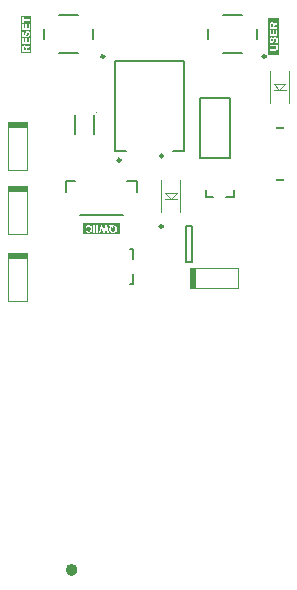
<source format=gto>
G04*
G04 #@! TF.GenerationSoftware,Altium Limited,Altium Designer,24.1.2 (44)*
G04*
G04 Layer_Color=65535*
%FSLAX23Y23*%
%MOIN*%
G70*
G04*
G04 #@! TF.SameCoordinates,1E542CD3-69C3-4CFC-80F9-717F5B153BB9*
G04*
G04*
G04 #@! TF.FilePolarity,Positive*
G04*
G01*
G75*
%ADD10C,0.010*%
%ADD11C,0.020*%
%ADD12C,0.004*%
%ADD13C,0.008*%
%ADD14R,0.029X0.007*%
G36*
X84Y1816D02*
X19D01*
Y1833D01*
X84D01*
Y1816D01*
D02*
G37*
G36*
Y1603D02*
X19D01*
Y1620D01*
X84D01*
Y1603D01*
D02*
G37*
G36*
Y1379D02*
X19D01*
Y1396D01*
X84D01*
Y1379D01*
D02*
G37*
G36*
X645Y1279D02*
X628D01*
Y1344D01*
X645D01*
Y1279D01*
D02*
G37*
G36*
X923Y2056D02*
X888D01*
Y2180D01*
X923D01*
Y2056D01*
D02*
G37*
G36*
X98Y2063D02*
X63D01*
Y2187D01*
X98D01*
Y2063D01*
D02*
G37*
G36*
X393Y1459D02*
X269D01*
Y1494D01*
X393D01*
Y1459D01*
D02*
G37*
%LPC*%
G36*
X918Y2166D02*
X913Y2163D01*
X913Y2163D01*
X912Y2163D01*
X912Y2162D01*
X911Y2162D01*
X911Y2162D01*
X911Y2162D01*
X910Y2161D01*
X910Y2161D01*
X910Y2161D01*
X910Y2161D01*
X909Y2161D01*
X909Y2160D01*
X909Y2160D01*
X909Y2160D01*
X908Y2159D01*
X908Y2159D01*
X908Y2159D01*
X907Y2158D01*
X907Y2158D01*
X907Y2158D01*
X907Y2158D01*
Y2158D01*
X907Y2158D01*
X907Y2159D01*
X907Y2159D01*
X906Y2160D01*
X906Y2160D01*
X906Y2161D01*
X906Y2161D01*
X906Y2161D01*
X905Y2162D01*
X905Y2162D01*
X905Y2162D01*
X905Y2162D01*
X905Y2162D01*
X905Y2163D01*
X905Y2163D01*
X905Y2163D01*
X904Y2163D01*
X904Y2163D01*
X904Y2163D01*
X903Y2164D01*
X902Y2164D01*
X902Y2164D01*
X901Y2164D01*
X901Y2164D01*
X901Y2164D01*
X900Y2164D01*
X900Y2164D01*
X900D01*
X900D01*
X900D01*
X899Y2164D01*
X898Y2164D01*
X898Y2164D01*
X897Y2164D01*
X897Y2164D01*
X896Y2163D01*
X896Y2163D01*
X896Y2163D01*
X896Y2163D01*
X896Y2163D01*
X896D01*
X895Y2163D01*
X895Y2162D01*
X894Y2162D01*
X894Y2161D01*
X894Y2161D01*
X894Y2161D01*
X893Y2160D01*
X893Y2160D01*
X893Y2160D01*
Y2160D01*
X893Y2160D01*
X893Y2159D01*
X893Y2159D01*
X893Y2159D01*
X893Y2158D01*
X893Y2157D01*
X893Y2156D01*
X893Y2156D01*
Y2155D01*
X893Y2155D01*
Y2155D01*
Y2155D01*
Y2143D01*
X918D01*
Y2166D01*
D02*
G37*
G36*
Y2139D02*
X893D01*
X914D01*
Y2125D01*
X907D01*
Y2138D01*
X903D01*
Y2125D01*
X897D01*
Y2139D01*
X893D01*
Y2120D01*
X918D01*
Y2139D01*
D02*
G37*
G36*
X919Y2115D02*
D01*
Y2105D01*
X919Y2106D01*
X919Y2107D01*
X919Y2108D01*
X918Y2108D01*
X918Y2109D01*
X918Y2109D01*
X918Y2109D01*
X918Y2110D01*
X918Y2110D01*
X918Y2110D01*
X918Y2110D01*
X918Y2110D01*
X918Y2110D01*
Y2110D01*
X917Y2111D01*
X917Y2112D01*
X917Y2113D01*
X916Y2113D01*
X916Y2113D01*
X915Y2114D01*
X915Y2114D01*
X915Y2114D01*
X915Y2114D01*
X915D01*
X914Y2114D01*
X914Y2115D01*
X913Y2115D01*
X912Y2115D01*
X912Y2115D01*
X911Y2115D01*
X911D01*
X911Y2115D01*
X892D01*
X911D01*
X910Y2115D01*
X909Y2115D01*
X908Y2115D01*
X908Y2115D01*
X907Y2114D01*
X907Y2114D01*
X907Y2114D01*
X907Y2114D01*
X907Y2114D01*
X907Y2114D01*
X907D01*
X906Y2114D01*
X906Y2113D01*
X905Y2113D01*
X905Y2112D01*
X905Y2112D01*
X904Y2112D01*
X904Y2111D01*
X904Y2111D01*
X904Y2111D01*
Y2111D01*
X904Y2111D01*
X904Y2111D01*
X903Y2110D01*
X903Y2109D01*
X903Y2108D01*
X903Y2107D01*
X903Y2107D01*
X903Y2107D01*
X902Y2106D01*
X902Y2106D01*
X902Y2106D01*
X902Y2106D01*
Y2106D01*
X902Y2105D01*
X902Y2104D01*
X902Y2104D01*
X902Y2103D01*
X901Y2103D01*
X901Y2103D01*
X901Y2102D01*
X901Y2102D01*
X901Y2102D01*
X901Y2102D01*
X901Y2101D01*
X901Y2101D01*
X901Y2101D01*
X901Y2101D01*
X901Y2101D01*
X900Y2101D01*
X900Y2101D01*
X900Y2100D01*
X900Y2100D01*
X899Y2100D01*
X899Y2100D01*
X899D01*
X899D01*
X899Y2100D01*
X898Y2100D01*
X898Y2101D01*
X898Y2101D01*
X898Y2101D01*
X898Y2101D01*
X897Y2101D01*
X897Y2101D01*
X897Y2102D01*
X897Y2102D01*
X897Y2103D01*
X897Y2103D01*
X897Y2104D01*
Y2104D01*
X897Y2104D01*
Y2105D01*
X897Y2105D01*
X897Y2106D01*
X897Y2107D01*
X897Y2107D01*
X897Y2107D01*
X897Y2108D01*
X897Y2108D01*
X897Y2108D01*
X898Y2108D01*
X898Y2109D01*
X899Y2109D01*
X899Y2109D01*
X900Y2109D01*
X900Y2109D01*
X900Y2109D01*
X900Y2109D01*
X900D01*
X900D01*
X900Y2114D01*
X899Y2114D01*
X899Y2114D01*
X898Y2114D01*
X898Y2114D01*
X897Y2114D01*
X897Y2114D01*
X896Y2113D01*
X896Y2113D01*
X896Y2113D01*
X895Y2113D01*
X895Y2112D01*
X895Y2112D01*
X895Y2112D01*
X894Y2112D01*
X894Y2112D01*
X894Y2112D01*
X894Y2111D01*
X894Y2111D01*
X893Y2110D01*
X893Y2110D01*
X893Y2109D01*
X893Y2109D01*
X893Y2107D01*
X892Y2107D01*
X892Y2106D01*
X892Y2106D01*
X892Y2105D01*
X892Y2105D01*
Y2105D01*
X892Y2104D01*
X892Y2103D01*
X893Y2102D01*
X893Y2101D01*
X893Y2101D01*
X893Y2101D01*
X893Y2100D01*
X893Y2100D01*
X893Y2100D01*
X893Y2100D01*
X893Y2100D01*
X893Y2100D01*
Y2100D01*
X894Y2099D01*
X894Y2098D01*
X894Y2098D01*
X895Y2097D01*
X895Y2097D01*
X895Y2097D01*
X896Y2096D01*
X896Y2096D01*
X896D01*
X896Y2096D01*
X897Y2096D01*
X898Y2096D01*
X898Y2095D01*
X899Y2095D01*
X899Y2095D01*
X899Y2095D01*
X899D01*
X899D01*
X899D01*
X900Y2095D01*
X900Y2095D01*
X901Y2096D01*
X901Y2096D01*
X902Y2096D01*
X903Y2096D01*
X903Y2096D01*
X903Y2097D01*
X904Y2097D01*
X904Y2097D01*
X904Y2097D01*
X904Y2097D01*
X904Y2098D01*
X905Y2098D01*
X905Y2098D01*
X905Y2098D01*
X905Y2098D01*
X905Y2099D01*
X906Y2099D01*
X906Y2100D01*
X906Y2101D01*
X907Y2102D01*
X907Y2102D01*
X907Y2102D01*
X907Y2103D01*
X907Y2103D01*
X907Y2103D01*
X907Y2103D01*
Y2103D01*
X907Y2104D01*
X907Y2105D01*
X908Y2105D01*
X908Y2105D01*
X908Y2106D01*
X908Y2106D01*
X908Y2107D01*
X908Y2107D01*
X908Y2107D01*
X908Y2107D01*
X908Y2107D01*
X908Y2107D01*
X908Y2108D01*
X908Y2108D01*
X908Y2108D01*
X909Y2108D01*
X909Y2109D01*
X909Y2109D01*
X909Y2109D01*
X909Y2109D01*
X909Y2109D01*
X909Y2109D01*
X910Y2110D01*
X910Y2110D01*
X910Y2110D01*
X910Y2110D01*
X911Y2110D01*
X911Y2110D01*
X911D01*
X911D01*
X911Y2110D01*
X912Y2110D01*
X912Y2110D01*
X913Y2109D01*
X913Y2109D01*
X913Y2109D01*
X913Y2109D01*
X913Y2109D01*
X914Y2108D01*
X914Y2108D01*
X914Y2107D01*
X914Y2106D01*
X914Y2106D01*
X914Y2106D01*
Y2105D01*
X914Y2105D01*
Y2105D01*
X914Y2104D01*
X914Y2103D01*
X914Y2103D01*
X914Y2102D01*
X914Y2102D01*
X913Y2101D01*
X913Y2101D01*
X913Y2101D01*
X913Y2101D01*
X912Y2100D01*
X912Y2100D01*
X911Y2100D01*
X910Y2100D01*
X910Y2100D01*
X910Y2099D01*
X910Y2099D01*
X910Y2099D01*
X910Y2099D01*
X910D01*
X910Y2094D01*
X911Y2094D01*
X912Y2095D01*
X912Y2095D01*
X913Y2095D01*
X913Y2095D01*
X914Y2096D01*
X914Y2096D01*
X915Y2096D01*
X915Y2096D01*
X916Y2097D01*
X916Y2097D01*
X916Y2097D01*
X916Y2097D01*
X916Y2097D01*
X917Y2097D01*
X917Y2097D01*
X917Y2098D01*
X917Y2099D01*
X918Y2099D01*
X918Y2100D01*
X918Y2100D01*
X918Y2101D01*
X919Y2102D01*
X919Y2103D01*
X919Y2103D01*
X919Y2104D01*
X919Y2104D01*
X919Y2104D01*
Y2094D01*
Y2115D01*
D02*
G37*
G36*
Y2090D02*
Y2080D01*
X919Y2081D01*
X919Y2082D01*
X919Y2083D01*
X918Y2084D01*
X918Y2084D01*
X918Y2084D01*
X918Y2084D01*
X918Y2085D01*
X918Y2085D01*
X918Y2085D01*
X918Y2085D01*
X918Y2085D01*
Y2085D01*
X918Y2086D01*
X917Y2087D01*
X917Y2087D01*
X917Y2087D01*
X916Y2088D01*
X916Y2088D01*
X916Y2088D01*
X916Y2088D01*
X915Y2089D01*
X915Y2089D01*
X914Y2089D01*
X914Y2089D01*
X913Y2090D01*
X913Y2090D01*
X913Y2090D01*
X913D01*
X913Y2090D01*
X913D01*
X912Y2090D01*
X912Y2090D01*
X911Y2090D01*
X911Y2090D01*
X910Y2090D01*
X909Y2090D01*
X908Y2090D01*
X908D01*
X907Y2090D01*
X893D01*
Y2085D01*
X907D01*
X907D01*
X908D01*
X908Y2085D01*
X909D01*
X909Y2085D01*
X910D01*
X910Y2085D01*
X910D01*
X910Y2085D01*
X911Y2085D01*
X911D01*
X911Y2085D01*
X911Y2085D01*
X911D01*
X912Y2085D01*
X912Y2085D01*
X913Y2084D01*
X913Y2084D01*
X913Y2084D01*
X913Y2084D01*
X913Y2084D01*
X913Y2083D01*
X914Y2083D01*
X914Y2082D01*
X914Y2082D01*
X914Y2081D01*
X914Y2081D01*
X914Y2081D01*
Y2080D01*
X914Y2079D01*
X914Y2079D01*
X914Y2078D01*
X914Y2078D01*
X914Y2077D01*
X914Y2077D01*
X913Y2077D01*
X913Y2077D01*
X913Y2076D01*
X913Y2076D01*
X912Y2076D01*
X912Y2075D01*
X911Y2075D01*
X911Y2075D01*
X911Y2075D01*
X911Y2075D01*
X911D01*
X911Y2075D01*
X910Y2075D01*
X910D01*
X910Y2075D01*
X909Y2075D01*
X908D01*
X908Y2075D01*
X907D01*
X907D01*
X907D01*
X907D01*
X907D01*
X907D01*
X893D01*
Y2070D01*
X907D01*
X908Y2070D01*
X909D01*
X909Y2070D01*
X910Y2070D01*
X910Y2070D01*
X911Y2070D01*
X911Y2070D01*
X912Y2070D01*
X912Y2070D01*
X912Y2070D01*
X912Y2070D01*
X913Y2070D01*
X913D01*
X913Y2070D01*
X913D01*
X913Y2070D01*
X914Y2071D01*
X914Y2071D01*
X915Y2071D01*
X915Y2071D01*
X916Y2072D01*
X916Y2072D01*
X916Y2072D01*
X916Y2072D01*
X917Y2073D01*
X917Y2073D01*
X917Y2074D01*
X918Y2074D01*
X918Y2074D01*
X918Y2075D01*
X918Y2075D01*
X918Y2075D01*
Y2075D01*
X918Y2075D01*
X918Y2076D01*
X918Y2076D01*
X919Y2077D01*
X919Y2078D01*
X919Y2079D01*
X919Y2079D01*
Y2079D01*
X919Y2080D01*
Y2070D01*
X919D01*
X919D01*
Y2090D01*
D02*
G37*
%LPD*%
G36*
X918Y2149D02*
X908D01*
Y2150D01*
X908Y2151D01*
X908Y2151D01*
X908Y2152D01*
X908Y2152D01*
X908Y2152D01*
X908Y2152D01*
Y2152D01*
X908Y2152D01*
X908Y2153D01*
X908Y2153D01*
X909Y2153D01*
X909Y2153D01*
X909Y2154D01*
X909Y2154D01*
X909Y2154D01*
X909Y2154D01*
X909Y2154D01*
X910Y2154D01*
X910Y2154D01*
X911Y2155D01*
X911Y2155D01*
X912Y2156D01*
X912Y2156D01*
X912Y2156D01*
X912Y2156D01*
X913Y2156D01*
X913Y2156D01*
X913Y2156D01*
X918Y2160D01*
Y2149D01*
D02*
G37*
G36*
X901Y2159D02*
X901Y2159D01*
X901Y2159D01*
X902Y2159D01*
X902Y2159D01*
X902Y2159D01*
X902Y2159D01*
X902Y2158D01*
X902Y2158D01*
X903Y2158D01*
X903Y2158D01*
X903Y2158D01*
X903Y2157D01*
X903Y2157D01*
X903Y2157D01*
Y2157D01*
X903Y2157D01*
X903Y2157D01*
X903Y2156D01*
X903Y2156D01*
X903Y2155D01*
X903Y2154D01*
Y2154D01*
X904Y2153D01*
Y2149D01*
X897D01*
Y2154D01*
X897Y2155D01*
Y2156D01*
X897Y2156D01*
Y2156D01*
X897Y2156D01*
Y2156D01*
X897Y2157D01*
X897Y2157D01*
X898Y2158D01*
X898Y2158D01*
X898Y2158D01*
X898Y2158D01*
X898Y2158D01*
X898Y2158D01*
X898Y2159D01*
X899Y2159D01*
X899Y2159D01*
X899Y2159D01*
X900Y2159D01*
X900Y2159D01*
X900D01*
X900D01*
X901Y2159D01*
D02*
G37*
%LPC*%
G36*
X94Y2183D02*
X68D01*
Y2162D01*
X72D01*
Y2170D01*
X94D01*
Y2175D01*
X72D01*
Y2183D01*
X94D01*
D01*
D02*
G37*
G36*
Y2160D02*
X68D01*
D01*
X89D01*
Y2146D01*
X82D01*
Y2158D01*
X78D01*
Y2146D01*
X72D01*
Y2159D01*
X68D01*
Y2140D01*
X94D01*
Y2160D01*
D02*
G37*
G36*
X94Y2136D02*
X67D01*
Y2115D01*
D01*
Y2126D01*
X67Y2124D01*
X68Y2123D01*
X68Y2123D01*
X68Y2122D01*
X68Y2122D01*
X68Y2122D01*
X68Y2121D01*
X68Y2121D01*
X68Y2121D01*
X68Y2121D01*
X68Y2121D01*
X68Y2121D01*
Y2120D01*
X69Y2120D01*
X69Y2119D01*
X70Y2119D01*
X70Y2118D01*
X70Y2118D01*
X71Y2118D01*
X71Y2117D01*
X71Y2117D01*
X71D01*
X72Y2117D01*
X72Y2117D01*
X73Y2116D01*
X73Y2116D01*
X74Y2116D01*
X74Y2116D01*
X74Y2116D01*
X74D01*
X75D01*
X75D01*
X75Y2116D01*
X76Y2116D01*
X76Y2116D01*
X77Y2117D01*
X78Y2117D01*
X78Y2117D01*
X78Y2117D01*
X79Y2118D01*
X79Y2118D01*
X79Y2118D01*
X79Y2118D01*
X80Y2118D01*
X80Y2118D01*
X80Y2119D01*
X80Y2119D01*
X80Y2119D01*
X80Y2119D01*
X81Y2120D01*
X81Y2120D01*
X81Y2121D01*
X82Y2122D01*
X82Y2123D01*
X82Y2123D01*
X82Y2123D01*
X82Y2124D01*
X82Y2124D01*
X82Y2124D01*
X82Y2124D01*
Y2124D01*
X82Y2125D01*
X83Y2125D01*
X83Y2126D01*
X83Y2126D01*
X83Y2127D01*
X83Y2127D01*
X83Y2127D01*
X83Y2128D01*
X83Y2128D01*
X83Y2128D01*
X83Y2128D01*
X83Y2128D01*
X83Y2128D01*
X83Y2129D01*
X84Y2129D01*
X84Y2129D01*
X84Y2130D01*
X84Y2130D01*
X84Y2130D01*
X84Y2130D01*
X85Y2130D01*
X85Y2130D01*
X85Y2131D01*
X85Y2131D01*
X85Y2131D01*
X86Y2131D01*
X86Y2131D01*
X86Y2131D01*
X86D01*
X86D01*
X87Y2131D01*
X87Y2131D01*
X88Y2130D01*
X88Y2130D01*
X88Y2130D01*
X88Y2130D01*
X89Y2130D01*
X89Y2130D01*
X89Y2129D01*
X89Y2128D01*
X89Y2128D01*
X89Y2127D01*
X90Y2127D01*
X90Y2126D01*
Y2126D01*
X90Y2126D01*
Y2126D01*
X90Y2125D01*
X89Y2124D01*
X89Y2124D01*
X89Y2123D01*
X89Y2123D01*
X89Y2122D01*
X88Y2122D01*
X88Y2122D01*
X88Y2122D01*
X87Y2121D01*
X87Y2121D01*
X86Y2121D01*
X86Y2120D01*
X85Y2120D01*
X85Y2120D01*
X85Y2120D01*
X85Y2120D01*
X85Y2120D01*
X85D01*
X85Y2115D01*
D01*
X86Y2115D01*
X87Y2116D01*
X87Y2116D01*
X88Y2116D01*
X89Y2116D01*
X89Y2116D01*
X90Y2117D01*
X90Y2117D01*
X90Y2117D01*
X91Y2118D01*
X91Y2118D01*
X91Y2118D01*
X92Y2118D01*
X92Y2118D01*
X92Y2118D01*
X92Y2118D01*
X92Y2119D01*
X92Y2119D01*
X93Y2120D01*
X93Y2121D01*
X93Y2121D01*
X93Y2122D01*
X94Y2123D01*
X94Y2124D01*
X94Y2124D01*
X94Y2125D01*
X94Y2125D01*
X94Y2125D01*
Y2126D01*
Y2126D01*
X94Y2127D01*
X94Y2128D01*
X94Y2129D01*
X94Y2129D01*
X94Y2129D01*
X94Y2130D01*
X93Y2130D01*
X93Y2130D01*
X93Y2131D01*
X93Y2131D01*
X93Y2131D01*
X93Y2131D01*
X93Y2131D01*
Y2131D01*
X93Y2132D01*
X92Y2133D01*
X92Y2133D01*
X91Y2134D01*
X91Y2134D01*
X91Y2135D01*
X90Y2135D01*
X90Y2135D01*
X90Y2135D01*
X90D01*
X89Y2135D01*
X89Y2136D01*
X88Y2136D01*
X87Y2136D01*
X87Y2136D01*
X87Y2136D01*
X86D01*
X86Y2136D01*
X94D01*
D01*
D02*
G37*
G36*
X94Y2112D02*
X68D01*
Y2093D01*
X94D01*
Y2112D01*
D02*
G37*
G36*
Y2090D02*
X68D01*
Y2067D01*
X94D01*
Y2072D01*
X83D01*
Y2074D01*
X83Y2074D01*
X83Y2075D01*
X83Y2075D01*
X83Y2075D01*
X83Y2076D01*
X83Y2076D01*
Y2076D01*
X83Y2076D01*
X83Y2076D01*
X84Y2077D01*
X84Y2077D01*
X84Y2077D01*
X84Y2077D01*
X84Y2077D01*
X84Y2077D01*
X84Y2077D01*
X85Y2078D01*
X85Y2078D01*
X85Y2078D01*
X86Y2078D01*
X86Y2079D01*
X87Y2079D01*
X87Y2080D01*
X87Y2080D01*
X88Y2080D01*
X88Y2080D01*
X88Y2080D01*
X88Y2080D01*
X94Y2084D01*
Y2090D01*
X89Y2087D01*
X88Y2086D01*
X87Y2086D01*
X87Y2086D01*
X87Y2086D01*
X86Y2085D01*
X86Y2085D01*
X86Y2085D01*
X85Y2085D01*
X85Y2084D01*
X85Y2084D01*
X85Y2084D01*
X84Y2084D01*
X84Y2084D01*
X84Y2083D01*
X84Y2083D01*
X83Y2083D01*
X83Y2082D01*
X83Y2082D01*
X82Y2081D01*
X82Y2081D01*
X82Y2081D01*
Y2081D01*
X82Y2082D01*
X82Y2082D01*
X82Y2083D01*
X82Y2083D01*
X81Y2084D01*
X81Y2084D01*
X81Y2085D01*
X81Y2085D01*
X81Y2085D01*
X80Y2085D01*
X80Y2086D01*
X80Y2086D01*
X80Y2086D01*
X80Y2086D01*
X80Y2086D01*
X80Y2086D01*
X79Y2086D01*
X79Y2087D01*
X79Y2087D01*
X78Y2087D01*
X78Y2087D01*
X77Y2088D01*
X76Y2088D01*
X76Y2088D01*
X76Y2088D01*
X76Y2088D01*
X75Y2088D01*
X75D01*
X75D01*
X75D01*
X74Y2088D01*
X73Y2088D01*
X73Y2088D01*
X72Y2087D01*
X72Y2087D01*
X72Y2087D01*
X71Y2087D01*
X71Y2087D01*
X71Y2087D01*
X71Y2087D01*
X71D01*
X70Y2086D01*
X70Y2086D01*
X70Y2085D01*
X69Y2085D01*
X69Y2084D01*
X69Y2084D01*
X69Y2084D01*
X69Y2084D01*
X69Y2084D01*
Y2084D01*
X68Y2083D01*
X68Y2083D01*
X68Y2083D01*
X68Y2082D01*
X68Y2081D01*
X68Y2080D01*
X68Y2080D01*
X68Y2079D01*
Y2079D01*
X68Y2078D01*
Y2090D01*
X94D01*
D01*
D02*
G37*
%LPD*%
G36*
X85Y2136D02*
X84Y2136D01*
X84Y2136D01*
X83Y2136D01*
X83Y2135D01*
X82Y2135D01*
X82Y2135D01*
X82Y2135D01*
X82Y2135D01*
X82Y2135D01*
X82D01*
X81Y2135D01*
X81Y2134D01*
X80Y2134D01*
X80Y2133D01*
X80Y2133D01*
X80Y2132D01*
X79Y2132D01*
X79Y2132D01*
X79Y2132D01*
Y2132D01*
X79Y2132D01*
X79Y2131D01*
X79Y2131D01*
X78Y2130D01*
X78Y2129D01*
X78Y2128D01*
X78Y2128D01*
X78Y2128D01*
X78Y2127D01*
X78Y2127D01*
X78Y2127D01*
X77Y2127D01*
Y2127D01*
X77Y2126D01*
X77Y2125D01*
X77Y2125D01*
X77Y2124D01*
X77Y2124D01*
X77Y2123D01*
X76Y2123D01*
X76Y2123D01*
X76Y2123D01*
X76Y2122D01*
X76Y2122D01*
X76Y2122D01*
X76Y2122D01*
X76Y2122D01*
X76Y2122D01*
X76Y2122D01*
X75Y2121D01*
X75Y2121D01*
X75Y2121D01*
X75Y2121D01*
X74Y2121D01*
X74D01*
X74D01*
X74Y2121D01*
X74Y2121D01*
X73Y2121D01*
X73Y2122D01*
X73Y2122D01*
X73Y2122D01*
X73Y2122D01*
X73Y2122D01*
X72Y2122D01*
X72Y2123D01*
X72Y2124D01*
X72Y2124D01*
X72Y2125D01*
Y2125D01*
X72Y2125D01*
Y2125D01*
X72Y2126D01*
X72Y2127D01*
X72Y2127D01*
X72Y2128D01*
X72Y2128D01*
X72Y2129D01*
X73Y2129D01*
X73Y2129D01*
X73Y2129D01*
X73Y2129D01*
X74Y2130D01*
X74Y2130D01*
X75Y2130D01*
X75Y2130D01*
X75Y2130D01*
X75Y2130D01*
X75D01*
X75D01*
X75Y2135D01*
X75Y2135D01*
X74Y2135D01*
X73Y2135D01*
X73Y2135D01*
X72Y2135D01*
X72Y2134D01*
X71Y2134D01*
X71Y2134D01*
X71Y2134D01*
X70Y2134D01*
X70Y2133D01*
X70Y2133D01*
X70Y2133D01*
X70Y2133D01*
X70Y2133D01*
X70Y2133D01*
X69Y2132D01*
X69Y2132D01*
X69Y2131D01*
X68Y2131D01*
X68Y2130D01*
X68Y2129D01*
X68Y2128D01*
X68Y2128D01*
X68Y2127D01*
X68Y2127D01*
X67Y2126D01*
X67Y2126D01*
Y2136D01*
X86D01*
X85Y2136D01*
D02*
G37*
G36*
X89Y2098D02*
X82D01*
Y2111D01*
X78D01*
Y2098D01*
X72D01*
Y2112D01*
X68D01*
Y2112D01*
X89D01*
Y2098D01*
D02*
G37*
G36*
X76Y2083D02*
X76Y2082D01*
X77Y2082D01*
X77Y2082D01*
X77Y2082D01*
X77Y2082D01*
X77Y2082D01*
X77Y2082D01*
X78Y2082D01*
X78Y2082D01*
X78Y2081D01*
X78Y2081D01*
X78Y2081D01*
X78Y2081D01*
X78Y2081D01*
Y2081D01*
X78Y2080D01*
X79Y2080D01*
X79Y2080D01*
X79Y2079D01*
X79Y2079D01*
X79Y2078D01*
Y2077D01*
X79Y2077D01*
Y2072D01*
X72D01*
Y2078D01*
X72Y2078D01*
Y2079D01*
X72Y2079D01*
Y2080D01*
X72Y2080D01*
Y2080D01*
X72Y2080D01*
X73Y2081D01*
X73Y2081D01*
X73Y2081D01*
X73Y2082D01*
X73Y2082D01*
X73Y2082D01*
X73Y2082D01*
X74Y2082D01*
X74Y2082D01*
X74Y2082D01*
X75Y2082D01*
X75Y2083D01*
X75Y2083D01*
X75D01*
X75D01*
X76Y2083D01*
D02*
G37*
%LPC*%
G36*
X350Y1488D02*
X345D01*
X339Y1469D01*
X334Y1488D01*
X329D01*
X323Y1463D01*
X350D01*
X342D01*
X347Y1480D01*
X351Y1463D01*
X356D01*
X350Y1488D01*
D02*
G37*
G36*
X290Y1489D02*
X279D01*
X289D01*
X289Y1489D01*
X288Y1488D01*
X287Y1488D01*
X287Y1488D01*
X286Y1488D01*
X285Y1488D01*
X285Y1488D01*
X284Y1488D01*
X284Y1487D01*
X284Y1487D01*
X283Y1487D01*
X283Y1487D01*
X283Y1487D01*
X283Y1487D01*
X283Y1487D01*
X283Y1487D01*
X282Y1486D01*
X282Y1486D01*
X281Y1485D01*
X281Y1485D01*
X281Y1484D01*
X280Y1484D01*
X280Y1483D01*
X279Y1482D01*
X279Y1482D01*
X279Y1481D01*
X279Y1481D01*
X279Y1481D01*
X279Y1480D01*
X279Y1480D01*
Y1480D01*
Y1480D01*
Y1480D01*
X284Y1479D01*
X284Y1479D01*
X284Y1480D01*
X284Y1480D01*
X284Y1480D01*
X285Y1481D01*
X285Y1481D01*
X285Y1482D01*
X285Y1482D01*
X285Y1482D01*
X286Y1483D01*
X286Y1483D01*
X286Y1483D01*
X286Y1483D01*
X287Y1483D01*
X287Y1484D01*
X288Y1484D01*
X288Y1484D01*
X289Y1484D01*
X289Y1484D01*
X289Y1484D01*
X289D01*
X290Y1484D01*
X290Y1484D01*
X291Y1484D01*
X291Y1484D01*
X292Y1483D01*
X293Y1483D01*
X293Y1483D01*
X293Y1483D01*
X294Y1483D01*
X294Y1482D01*
X294Y1482D01*
X294Y1482D01*
X294Y1482D01*
X294Y1482D01*
X294Y1482D01*
X295Y1481D01*
X295Y1481D01*
X295Y1480D01*
X295Y1479D01*
X296Y1478D01*
X296Y1477D01*
X296Y1477D01*
X296Y1476D01*
X296Y1476D01*
X296Y1476D01*
Y1475D01*
Y1475D01*
Y1475D01*
X296Y1474D01*
X296Y1474D01*
X296Y1473D01*
X295Y1472D01*
X295Y1472D01*
X295Y1471D01*
X295Y1471D01*
X295Y1470D01*
X295Y1470D01*
X295Y1469D01*
X294Y1469D01*
X294Y1469D01*
X294Y1469D01*
X294Y1469D01*
X294Y1469D01*
X294Y1469D01*
X294Y1468D01*
X293Y1468D01*
X293Y1468D01*
X293Y1467D01*
X292Y1467D01*
X292Y1467D01*
X291Y1467D01*
X290Y1467D01*
X290Y1467D01*
X290Y1467D01*
X290Y1466D01*
X289D01*
X289Y1467D01*
X288Y1467D01*
X287Y1467D01*
X287Y1467D01*
X286Y1467D01*
X286Y1467D01*
X286Y1468D01*
X286Y1468D01*
X285Y1468D01*
X285Y1469D01*
X285Y1469D01*
X284Y1470D01*
X284Y1470D01*
X284Y1470D01*
X284Y1471D01*
X284Y1471D01*
X284Y1471D01*
Y1471D01*
X279Y1470D01*
X279Y1469D01*
X279Y1468D01*
X279Y1468D01*
X280Y1468D01*
X280Y1467D01*
X280Y1467D01*
X280Y1466D01*
X281Y1466D01*
X281Y1466D01*
X281Y1466D01*
X281Y1465D01*
X281Y1465D01*
X281Y1465D01*
X281Y1465D01*
X281Y1465D01*
X281Y1465D01*
X282Y1464D01*
X283Y1464D01*
X283Y1464D01*
X284Y1463D01*
X285Y1463D01*
X285Y1463D01*
X286Y1463D01*
X286Y1462D01*
X287Y1462D01*
X287Y1462D01*
X288Y1462D01*
X288Y1462D01*
X289D01*
X289Y1462D01*
X279D01*
X301D01*
X289D01*
X290Y1462D01*
X291Y1462D01*
X292Y1462D01*
X293Y1463D01*
X294Y1463D01*
X294Y1463D01*
X295Y1463D01*
X295Y1464D01*
X296Y1464D01*
X296Y1464D01*
X297Y1465D01*
X297Y1465D01*
X297Y1465D01*
X298Y1465D01*
X298Y1466D01*
X298Y1466D01*
X298Y1466D01*
X299Y1467D01*
X299Y1468D01*
X300Y1469D01*
X300Y1469D01*
X300Y1470D01*
X300Y1471D01*
X301Y1472D01*
X301Y1473D01*
X301Y1473D01*
X301Y1474D01*
X301Y1474D01*
X301Y1475D01*
X301Y1475D01*
Y1476D01*
X301Y1477D01*
X301Y1478D01*
X301Y1479D01*
X301Y1480D01*
X300Y1480D01*
X300Y1481D01*
X300Y1482D01*
X299Y1483D01*
X299Y1483D01*
X299Y1484D01*
X299Y1484D01*
X298Y1484D01*
X298Y1485D01*
X298Y1485D01*
X298Y1485D01*
X298Y1485D01*
X297Y1486D01*
X297Y1486D01*
X296Y1487D01*
X295Y1487D01*
X294Y1487D01*
X294Y1488D01*
X293Y1488D01*
X292Y1488D01*
X292Y1488D01*
X291Y1488D01*
X291Y1488D01*
X290Y1488D01*
X290Y1489D01*
X290Y1489D01*
D02*
G37*
G36*
X320Y1488D02*
X315D01*
Y1463D01*
X320D01*
Y1488D01*
D02*
G37*
G36*
X310D02*
X305D01*
Y1463D01*
X310D01*
Y1488D01*
D02*
G37*
G36*
X359Y1491D02*
X357Y1487D01*
X358Y1487D01*
X358Y1486D01*
X359Y1486D01*
X360Y1486D01*
X360Y1485D01*
X361Y1485D01*
X361Y1485D01*
X361Y1485D01*
X361Y1485D01*
X361Y1485D01*
X361D01*
X361Y1484D01*
X360Y1484D01*
X360Y1483D01*
X359Y1482D01*
X359Y1482D01*
X359Y1481D01*
X359Y1481D01*
X359Y1481D01*
X359Y1481D01*
Y1481D01*
X358Y1480D01*
X358Y1479D01*
X358Y1478D01*
X358Y1477D01*
X358Y1477D01*
X358Y1476D01*
Y1476D01*
X358Y1476D01*
Y1476D01*
Y1475D01*
Y1475D01*
Y1475D01*
X358Y1474D01*
X358Y1473D01*
X358Y1472D01*
X358Y1471D01*
X359Y1470D01*
X359Y1469D01*
X359Y1469D01*
X360Y1468D01*
X360Y1467D01*
X360Y1467D01*
X360Y1467D01*
X361Y1466D01*
X361Y1466D01*
X361Y1466D01*
X361Y1466D01*
X361Y1466D01*
X362Y1465D01*
X363Y1464D01*
X363Y1464D01*
X364Y1464D01*
X365Y1463D01*
X366Y1463D01*
X366Y1463D01*
X367Y1462D01*
X368Y1462D01*
X368Y1462D01*
X369Y1462D01*
X369Y1462D01*
X370Y1462D01*
X370Y1462D01*
X357D01*
X370D01*
X371Y1462D01*
X372Y1462D01*
X373Y1462D01*
X374Y1463D01*
X375Y1463D01*
X376Y1463D01*
X376Y1463D01*
X377Y1464D01*
X377Y1464D01*
X378Y1464D01*
X378Y1465D01*
X379Y1465D01*
X379Y1465D01*
X379Y1465D01*
X379Y1466D01*
X379Y1466D01*
X380Y1466D01*
X380Y1467D01*
X381Y1468D01*
X381Y1469D01*
X382Y1469D01*
X382Y1470D01*
X382Y1471D01*
X382Y1472D01*
X382Y1472D01*
X382Y1473D01*
X383Y1474D01*
X383Y1474D01*
X383Y1475D01*
X383Y1475D01*
Y1462D01*
Y1475D01*
X383Y1476D01*
X383Y1478D01*
X382Y1479D01*
X382Y1480D01*
X382Y1480D01*
X382Y1481D01*
X381Y1482D01*
X381Y1483D01*
X381Y1483D01*
X380Y1484D01*
X380Y1484D01*
X380Y1484D01*
X380Y1485D01*
X379Y1485D01*
X379Y1485D01*
X379Y1485D01*
X379Y1486D01*
X378Y1486D01*
X377Y1487D01*
X376Y1487D01*
X376Y1487D01*
X375Y1488D01*
X374Y1488D01*
X373Y1488D01*
X373Y1488D01*
X372Y1488D01*
X372Y1488D01*
X371Y1489D01*
X371Y1489D01*
X370Y1489D01*
X370D01*
X369Y1489D01*
X368Y1488D01*
X367Y1488D01*
X367Y1488D01*
X366Y1488D01*
X366Y1488D01*
X365Y1488D01*
X365Y1488D01*
X365Y1488D01*
X365Y1488D01*
X365Y1488D01*
X365Y1487D01*
X365D01*
X364Y1488D01*
X363Y1488D01*
X363Y1488D01*
X363Y1489D01*
X362Y1489D01*
X362Y1489D01*
X362Y1489D01*
X362Y1489D01*
X361Y1490D01*
X361Y1490D01*
X361Y1490D01*
X361Y1490D01*
X360Y1490D01*
X360Y1490D01*
X360Y1490D01*
X359Y1491D01*
X359Y1491D01*
X359Y1491D01*
X359Y1491D01*
D02*
G37*
%LPD*%
G36*
X336Y1463D02*
X328D01*
X332Y1480D01*
X336Y1463D01*
D02*
G37*
G36*
X371Y1484D02*
X371Y1484D01*
X372Y1484D01*
X372Y1484D01*
X373Y1484D01*
X374Y1483D01*
X374Y1483D01*
X374Y1483D01*
X375Y1483D01*
X375Y1483D01*
X375Y1482D01*
X375Y1482D01*
X375Y1482D01*
X375Y1482D01*
X375Y1482D01*
X376Y1482D01*
X376Y1481D01*
X376Y1481D01*
X376Y1480D01*
X377Y1479D01*
X377Y1479D01*
X377Y1478D01*
X377Y1477D01*
X377Y1477D01*
X377Y1476D01*
X377Y1476D01*
X377Y1476D01*
Y1476D01*
Y1475D01*
Y1475D01*
X377Y1475D01*
X377Y1474D01*
X377Y1473D01*
X377Y1472D01*
X377Y1472D01*
X377Y1471D01*
X377Y1471D01*
X376Y1470D01*
X376Y1470D01*
X376Y1470D01*
X376Y1469D01*
X376Y1469D01*
X376Y1469D01*
X375Y1469D01*
X375Y1469D01*
X375Y1469D01*
X375Y1468D01*
X375Y1468D01*
X374Y1468D01*
X374Y1467D01*
X373Y1467D01*
X373Y1467D01*
X372Y1467D01*
X372Y1467D01*
X371Y1467D01*
X371Y1467D01*
X371Y1467D01*
X371Y1466D01*
X370D01*
X370Y1467D01*
X369Y1467D01*
X369Y1467D01*
X368Y1467D01*
X368Y1467D01*
X367Y1467D01*
X367Y1467D01*
X367Y1468D01*
X366Y1468D01*
X366Y1468D01*
X366Y1468D01*
X366Y1468D01*
X365Y1468D01*
X365Y1469D01*
X365Y1469D01*
X365Y1469D01*
X365Y1469D01*
X364Y1470D01*
X364Y1470D01*
X364Y1471D01*
X364Y1471D01*
X364Y1472D01*
X363Y1473D01*
X363Y1473D01*
X363Y1474D01*
X363Y1474D01*
X363Y1475D01*
X363Y1475D01*
Y1475D01*
Y1475D01*
Y1475D01*
X363Y1476D01*
X363Y1477D01*
X363Y1477D01*
X363Y1478D01*
X364Y1479D01*
X364Y1479D01*
X364Y1479D01*
Y1479D01*
X364Y1479D01*
Y1479D01*
X364Y1480D01*
X364Y1480D01*
X364Y1481D01*
X365Y1481D01*
X365Y1482D01*
X365Y1482D01*
X365Y1482D01*
X365Y1482D01*
X366Y1481D01*
X367Y1481D01*
X368Y1480D01*
X368Y1480D01*
X369Y1480D01*
X369Y1480D01*
X369Y1480D01*
X370Y1479D01*
X370Y1479D01*
X370Y1479D01*
X370Y1479D01*
X370D01*
X371Y1482D01*
X371Y1483D01*
X370Y1483D01*
X370Y1483D01*
X369Y1483D01*
X369Y1484D01*
X369Y1484D01*
X368Y1484D01*
X368Y1484D01*
X368D01*
X369Y1484D01*
X369Y1484D01*
X369Y1484D01*
X370Y1484D01*
X370D01*
X370Y1484D01*
X370D01*
X371Y1484D01*
D02*
G37*
D10*
X395Y1705D02*
G03*
X395Y1705I-5J0D01*
G01*
X537Y1719D02*
G03*
X537Y1719I-5J0D01*
G01*
X341Y2051D02*
G03*
X341Y2051I-5J0D01*
G01*
X536Y1484D02*
G03*
X536Y1484I-5J0D01*
G01*
X879Y2051D02*
G03*
X879Y2051I-5J0D01*
G01*
D11*
X242Y339D02*
G03*
X242Y339I-10J0D01*
G01*
D12*
X315Y1864D02*
G03*
X315Y1864I-2J0D01*
G01*
X531Y1533D02*
Y1640D01*
X595Y1533D02*
Y1640D01*
X543Y1596D02*
X563Y1577D01*
X543Y1596D02*
X583D01*
X563Y1577D02*
X583Y1596D01*
X544Y1577D02*
X585D01*
X893Y1896D02*
Y2002D01*
X958Y1896D02*
Y2002D01*
X906Y1959D02*
X925Y1939D01*
X906Y1959D02*
X945D01*
X925Y1939D02*
X945Y1959D01*
X906Y1939D02*
X947D01*
X628Y1279D02*
X788D01*
X628D02*
Y1344D01*
X788D01*
Y1279D02*
Y1344D01*
X645Y1279D02*
Y1344D01*
X19Y1460D02*
Y1620D01*
X84D01*
Y1460D02*
Y1620D01*
X19Y1460D02*
X84D01*
X19Y1603D02*
X84D01*
X19Y1816D02*
X84D01*
X19Y1672D02*
X84D01*
Y1833D01*
X19D02*
X84D01*
X19Y1672D02*
Y1833D01*
Y1235D02*
Y1396D01*
X84D01*
Y1235D02*
Y1396D01*
X19Y1235D02*
X84D01*
X19Y1379D02*
X84D01*
D13*
X449Y1599D02*
Y1636D01*
X213D02*
X245D01*
X416D02*
X449D01*
X213Y1599D02*
Y1636D01*
X259Y1522D02*
X403D01*
X608Y1736D02*
Y2035D01*
X569Y1736D02*
X608D01*
X376Y2035D02*
X608D01*
X376Y1736D02*
Y2035D01*
X376Y1736D02*
X415D01*
X659Y1911D02*
X759D01*
Y1711D02*
Y1911D01*
X659Y1711D02*
X759D01*
X659D02*
Y1911D01*
X302Y2110D02*
Y2142D01*
X139Y2110D02*
Y2142D01*
X189Y2189D02*
X252D01*
X189Y2063D02*
X252D01*
X747Y1582D02*
X772D01*
Y1606D01*
X680Y1582D02*
X702D01*
X427Y1293D02*
X438D01*
Y1377D02*
Y1408D01*
Y1293D02*
Y1324D01*
X427Y1408D02*
X438D01*
X632Y1364D02*
Y1486D01*
X612Y1364D02*
Y1486D01*
Y1364D02*
X632D01*
X612Y1486D02*
X632D01*
X736Y2063D02*
X799D01*
X736Y2189D02*
X799D01*
X686Y2110D02*
Y2142D01*
X849Y2110D02*
Y2142D01*
X244Y1791D02*
Y1854D01*
X307Y1791D02*
Y1854D01*
X680Y1582D02*
Y1606D01*
D14*
X926Y1813D02*
D03*
X926Y1640D02*
D03*
M02*

</source>
